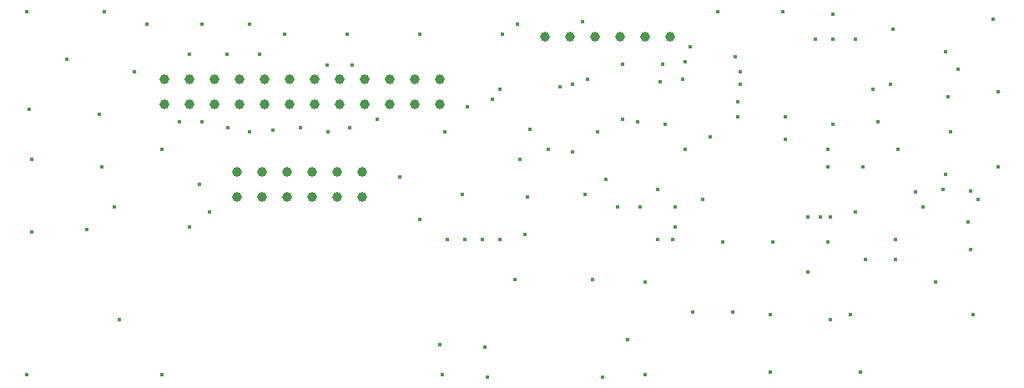
<source format=gbr>
%TF.GenerationSoftware,KiCad,Pcbnew,(5.99.0-9829-g074f0432f0)*%
%TF.CreationDate,2021-07-27T15:24:40+02:00*%
%TF.ProjectId,KM217-WiFi,4b4d3231-372d-4576-9946-692e6b696361,0.0.1*%
%TF.SameCoordinates,Original*%
%TF.FileFunction,Plated,1,2,PTH,Drill*%
%TF.FilePolarity,Positive*%
%FSLAX46Y46*%
G04 Gerber Fmt 4.6, Leading zero omitted, Abs format (unit mm)*
G04 Created by KiCad (PCBNEW (5.99.0-9829-g074f0432f0)) date 2021-07-27 15:24:40*
%MOMM*%
%LPD*%
G01*
G04 APERTURE LIST*
%TA.AperFunction,ViaDrill*%
%ADD10C,0.400000*%
%TD*%
%TA.AperFunction,ComponentDrill*%
%ADD11C,1.000000*%
%TD*%
G04 APERTURE END LIST*
D10*
X71628000Y-91440000D03*
X71628000Y-128270000D03*
X71882000Y-101346000D03*
X72136000Y-106426000D03*
X72136000Y-113792000D03*
X75692000Y-96266000D03*
X77724000Y-113538000D03*
X78994000Y-101854000D03*
X79248000Y-107188000D03*
X79502000Y-91440000D03*
X80518000Y-111252000D03*
X81026000Y-122682000D03*
X82550000Y-97536000D03*
X83820000Y-92710000D03*
X85344000Y-105410000D03*
X85344000Y-128270000D03*
X87122000Y-102616000D03*
X88138000Y-95758000D03*
X88138000Y-113284000D03*
X89154000Y-108966000D03*
X89408000Y-92710000D03*
X89408000Y-102616000D03*
X90170000Y-111760000D03*
X91948000Y-95758000D03*
X92075000Y-103251000D03*
X94234000Y-92710000D03*
X94234000Y-103632000D03*
X95250000Y-95758000D03*
X96647000Y-103505000D03*
X97790000Y-93726000D03*
X99441000Y-103251000D03*
X102108000Y-96901000D03*
X102235000Y-103632000D03*
X104140000Y-93726000D03*
X104394000Y-103251000D03*
X104648000Y-96901000D03*
X107188000Y-102362000D03*
X109474000Y-108204000D03*
X111506000Y-93726000D03*
X111506000Y-112522000D03*
X113538000Y-125222000D03*
X113792000Y-128270000D03*
X114046000Y-103632000D03*
X114300000Y-114554000D03*
X115824000Y-109982000D03*
X116078000Y-114554000D03*
X116332000Y-101092000D03*
X117856000Y-114554000D03*
X118110000Y-125476000D03*
X118364000Y-128524000D03*
X118872000Y-100330000D03*
X119634000Y-99314000D03*
X119634000Y-114554000D03*
X119888000Y-93726000D03*
X121158000Y-118618000D03*
X121412000Y-92710000D03*
X121666000Y-106426000D03*
X122174000Y-114046000D03*
X122428000Y-110236000D03*
X122682000Y-103378000D03*
X124587000Y-105410000D03*
X125730000Y-99060000D03*
X127000000Y-98806000D03*
X127000000Y-105664000D03*
X128016000Y-92456000D03*
X128270000Y-109982000D03*
X128524000Y-98298000D03*
X129032000Y-118618000D03*
X129540000Y-103632000D03*
X130048000Y-128524000D03*
X130429000Y-108458000D03*
X131572000Y-111252000D03*
X132080000Y-96774000D03*
X132080000Y-102362000D03*
X132588000Y-124714000D03*
X133604000Y-102616000D03*
X133858000Y-111252000D03*
X134366000Y-118872000D03*
X134366000Y-128270000D03*
X135636000Y-109474000D03*
X135636000Y-114554000D03*
X135890000Y-98552000D03*
X136144000Y-96774000D03*
X136398000Y-102870000D03*
X137160000Y-114554000D03*
X137414000Y-111252000D03*
X137414000Y-113284000D03*
X138176000Y-98298000D03*
X138430000Y-96520000D03*
X138430000Y-105410000D03*
X138938000Y-94996000D03*
X139192000Y-121920000D03*
X140208000Y-110490000D03*
X140970000Y-104140000D03*
X141732000Y-91440000D03*
X142240000Y-114808000D03*
X143256000Y-121920000D03*
X143510000Y-96012000D03*
X143764000Y-100584000D03*
X143764000Y-102108000D03*
X144018000Y-97536000D03*
X144018000Y-98806000D03*
X147066000Y-122174000D03*
X147066000Y-128016000D03*
X147320000Y-114808000D03*
X148336000Y-91440000D03*
X148590000Y-102108000D03*
X148590000Y-104394000D03*
X150876000Y-112268000D03*
X150876000Y-117856000D03*
X151638000Y-94234000D03*
X152146000Y-112268000D03*
X152908000Y-105410000D03*
X152908000Y-107188000D03*
X152908000Y-114808000D03*
X153162000Y-112268000D03*
X153162000Y-122682000D03*
X153416000Y-91694000D03*
X153416000Y-94234000D03*
X153416000Y-102870000D03*
X155194000Y-122174000D03*
X155702000Y-94234000D03*
X155702000Y-111760000D03*
X156210000Y-128016000D03*
X156464000Y-107188000D03*
X156718000Y-116586000D03*
X157480000Y-99314000D03*
X157988000Y-102616000D03*
X159258000Y-98806000D03*
X159512000Y-93218000D03*
X159766000Y-114554000D03*
X159766000Y-116586000D03*
X160020000Y-105410000D03*
X161798000Y-109728000D03*
X162560000Y-111252000D03*
X163830000Y-118872000D03*
X164592000Y-109474000D03*
X164846000Y-95504000D03*
X164846000Y-107950000D03*
X165100000Y-100076000D03*
X165354000Y-103632000D03*
X166116000Y-97282000D03*
X167132000Y-112776000D03*
X167386000Y-115570000D03*
X167423000Y-109657948D03*
X167640000Y-122174000D03*
X168148000Y-110490000D03*
X169672000Y-92202000D03*
X170180000Y-99568000D03*
X170180000Y-107188000D03*
D11*
%TO.C,J2*%
X85598000Y-98298000D03*
X85598000Y-100838000D03*
X88138000Y-98298000D03*
X88138000Y-100838000D03*
X90678000Y-98298000D03*
X90678000Y-100838000D03*
%TO.C,J3*%
X92964000Y-107701000D03*
X92964000Y-110241000D03*
%TO.C,J2*%
X93218000Y-98298000D03*
X93218000Y-100838000D03*
%TO.C,J3*%
X95504000Y-107701000D03*
X95504000Y-110241000D03*
%TO.C,J2*%
X95758000Y-98298000D03*
X95758000Y-100838000D03*
%TO.C,J3*%
X98044000Y-107701000D03*
X98044000Y-110241000D03*
%TO.C,J2*%
X98298000Y-98298000D03*
X98298000Y-100838000D03*
%TO.C,J3*%
X100584000Y-107701000D03*
X100584000Y-110241000D03*
%TO.C,J2*%
X100838000Y-98298000D03*
X100838000Y-100838000D03*
%TO.C,J3*%
X103124000Y-107701000D03*
X103124000Y-110241000D03*
%TO.C,J2*%
X103378000Y-98298000D03*
X103378000Y-100838000D03*
%TO.C,J3*%
X105664000Y-107701000D03*
X105664000Y-110241000D03*
%TO.C,J2*%
X105918000Y-98298000D03*
X105918000Y-100838000D03*
X108458000Y-98298000D03*
X108458000Y-100838000D03*
X110998000Y-98298000D03*
X110998000Y-100838000D03*
X113538000Y-98298000D03*
X113538000Y-100838000D03*
%TO.C,J4*%
X124206000Y-94037000D03*
X126746000Y-94037000D03*
X129286000Y-94037000D03*
X131826000Y-94037000D03*
X134366000Y-94037000D03*
X136906000Y-94037000D03*
M02*

</source>
